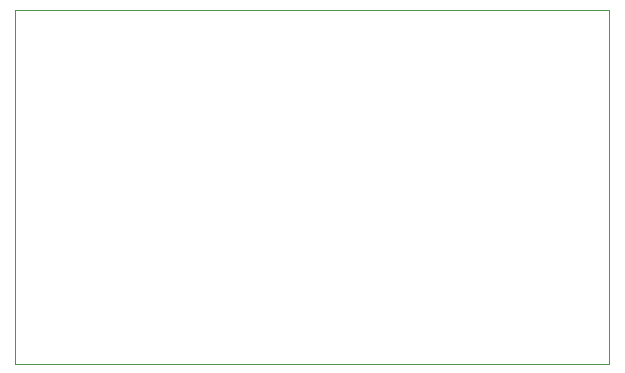
<source format=gbr>
G04 #@! TF.FileFunction,Profile,NP*
%FSLAX46Y46*%
G04 Gerber Fmt 4.6, Leading zero omitted, Abs format (unit mm)*
G04 Created by KiCad (PCBNEW 0.201503230816+5530~22~ubuntu14.04.1-product) date Út 24. březen 2015, 20:19:39 CET*
%MOMM*%
G01*
G04 APERTURE LIST*
%ADD10C,0.100000*%
G04 APERTURE END LIST*
D10*
X256000Y30224000D02*
X50544000Y30224000D01*
X50544000Y30224000D02*
X50544000Y256000D01*
X256000Y256000D02*
X50544000Y256000D01*
X256000Y256000D02*
X256000Y30224000D01*
M02*

</source>
